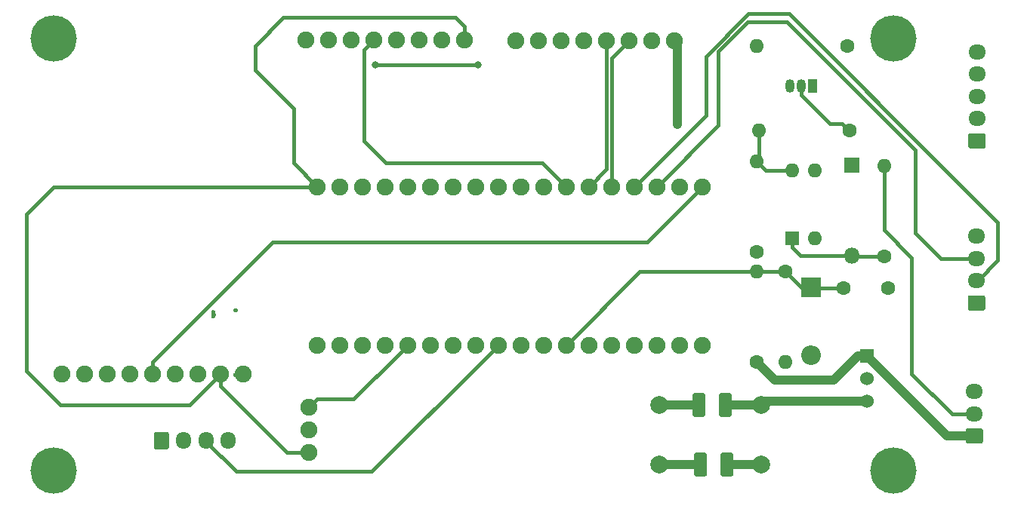
<source format=gbr>
%TF.GenerationSoftware,KiCad,Pcbnew,(5.0.2)-1*%
%TF.CreationDate,2019-09-06T13:10:14+02:00*%
%TF.ProjectId,Connected-OldtimerHardware,436f6e6e-6563-4746-9564-2d4f6c647469,rev?*%
%TF.SameCoordinates,Original*%
%TF.FileFunction,Copper,L1,Top*%
%TF.FilePolarity,Positive*%
%FSLAX46Y46*%
G04 Gerber Fmt 4.6, Leading zero omitted, Abs format (unit mm)*
G04 Created by KiCad (PCBNEW (5.0.2)-1) date 06/09/2019 13:10:14*
%MOMM*%
%LPD*%
G01*
G04 APERTURE LIST*
%ADD10C,0.010000*%
%ADD11C,1.900000*%
%ADD12C,0.100000*%
%ADD13C,1.700000*%
%ADD14O,1.950000X1.700000*%
%ADD15C,2.000000*%
%ADD16C,5.200000*%
%ADD17R,1.800000X1.800000*%
%ADD18O,1.800000X1.800000*%
%ADD19C,1.425000*%
%ADD20O,1.050000X1.500000*%
%ADD21R,1.050000X1.500000*%
%ADD22O,1.600000X1.600000*%
%ADD23C,1.600000*%
%ADD24R,1.524000X1.524000*%
%ADD25C,1.524000*%
%ADD26R,1.600000X1.600000*%
%ADD27R,2.200000X2.200000*%
%ADD28O,2.200000X2.200000*%
%ADD29O,1.700000X1.950000*%
%ADD30C,0.800000*%
%ADD31C,0.400000*%
%ADD32C,0.250000*%
%ADD33C,1.000000*%
G04 APERTURE END LIST*
D10*
G36*
X116554045Y-104580994D02*
X116579800Y-104545467D01*
X116679702Y-104497966D01*
X116793837Y-104514418D01*
X116886433Y-104588753D01*
X116941425Y-104681945D01*
X116937982Y-104749022D01*
X116873203Y-104827776D01*
X116867667Y-104833334D01*
X116775920Y-104904427D01*
X116688999Y-104908274D01*
X116610883Y-104874178D01*
X116549248Y-104799464D01*
X116529054Y-104688537D01*
X116554045Y-104580994D01*
X116554045Y-104580994D01*
G37*
X116554045Y-104580994D02*
X116579800Y-104545467D01*
X116679702Y-104497966D01*
X116793837Y-104514418D01*
X116886433Y-104588753D01*
X116941425Y-104681945D01*
X116937982Y-104749022D01*
X116873203Y-104827776D01*
X116867667Y-104833334D01*
X116775920Y-104904427D01*
X116688999Y-104908274D01*
X116610883Y-104874178D01*
X116549248Y-104799464D01*
X116529054Y-104688537D01*
X116554045Y-104580994D01*
G36*
X116557691Y-97318438D02*
X116560367Y-97314290D01*
X116652108Y-97244731D01*
X116767088Y-97240141D01*
X116865501Y-97295835D01*
X116927721Y-97365757D01*
X116942686Y-97426530D01*
X116923157Y-97520222D01*
X116867650Y-97587614D01*
X116767283Y-97625907D01*
X116659847Y-97624379D01*
X116617698Y-97606881D01*
X116559363Y-97528799D01*
X116536300Y-97417031D01*
X116557691Y-97318438D01*
X116557691Y-97318438D01*
G37*
X116557691Y-97318438D02*
X116560367Y-97314290D01*
X116652108Y-97244731D01*
X116767088Y-97240141D01*
X116865501Y-97295835D01*
X116927721Y-97365757D01*
X116942686Y-97426530D01*
X116923157Y-97520222D01*
X116867650Y-97587614D01*
X116767283Y-97625907D01*
X116659847Y-97624379D01*
X116617698Y-97606881D01*
X116559363Y-97528799D01*
X116536300Y-97417031D01*
X116557691Y-97318438D01*
G36*
X114038078Y-97712020D02*
X114056794Y-97579275D01*
X114082133Y-97518134D01*
X114182035Y-97470632D01*
X114296170Y-97487085D01*
X114388766Y-97561420D01*
X114427398Y-97662005D01*
X114449389Y-97809619D01*
X114454144Y-97973303D01*
X114441067Y-98122099D01*
X114409563Y-98225047D01*
X114401750Y-98236494D01*
X114295215Y-98318223D01*
X114178526Y-98317621D01*
X114120860Y-98287240D01*
X114074738Y-98244439D01*
X114047668Y-98182191D01*
X114034817Y-98079414D01*
X114031350Y-97915026D01*
X114031333Y-97896733D01*
X114038078Y-97712020D01*
X114038078Y-97712020D01*
G37*
X114038078Y-97712020D02*
X114056794Y-97579275D01*
X114082133Y-97518134D01*
X114182035Y-97470632D01*
X114296170Y-97487085D01*
X114388766Y-97561420D01*
X114427398Y-97662005D01*
X114449389Y-97809619D01*
X114454144Y-97973303D01*
X114441067Y-98122099D01*
X114409563Y-98225047D01*
X114401750Y-98236494D01*
X114295215Y-98318223D01*
X114178526Y-98317621D01*
X114120860Y-98287240D01*
X114074738Y-98244439D01*
X114047668Y-98182191D01*
X114034817Y-98079414D01*
X114031350Y-97915026D01*
X114031333Y-97896733D01*
X114038078Y-97712020D01*
D11*
X165997201Y-67188019D03*
X163457201Y-67188019D03*
X160917201Y-67188019D03*
X158377201Y-67188019D03*
X155837201Y-67188019D03*
X153297201Y-67188019D03*
X150757201Y-67188019D03*
X148217201Y-67188019D03*
D12*
G36*
X200649504Y-77601204D02*
X200673773Y-77604804D01*
X200697571Y-77610765D01*
X200720671Y-77619030D01*
X200742849Y-77629520D01*
X200763893Y-77642133D01*
X200783598Y-77656747D01*
X200801777Y-77673223D01*
X200818253Y-77691402D01*
X200832867Y-77711107D01*
X200845480Y-77732151D01*
X200855970Y-77754329D01*
X200864235Y-77777429D01*
X200870196Y-77801227D01*
X200873796Y-77825496D01*
X200875000Y-77850000D01*
X200875000Y-79050000D01*
X200873796Y-79074504D01*
X200870196Y-79098773D01*
X200864235Y-79122571D01*
X200855970Y-79145671D01*
X200845480Y-79167849D01*
X200832867Y-79188893D01*
X200818253Y-79208598D01*
X200801777Y-79226777D01*
X200783598Y-79243253D01*
X200763893Y-79257867D01*
X200742849Y-79270480D01*
X200720671Y-79280970D01*
X200697571Y-79289235D01*
X200673773Y-79295196D01*
X200649504Y-79298796D01*
X200625000Y-79300000D01*
X199175000Y-79300000D01*
X199150496Y-79298796D01*
X199126227Y-79295196D01*
X199102429Y-79289235D01*
X199079329Y-79280970D01*
X199057151Y-79270480D01*
X199036107Y-79257867D01*
X199016402Y-79243253D01*
X198998223Y-79226777D01*
X198981747Y-79208598D01*
X198967133Y-79188893D01*
X198954520Y-79167849D01*
X198944030Y-79145671D01*
X198935765Y-79122571D01*
X198929804Y-79098773D01*
X198926204Y-79074504D01*
X198925000Y-79050000D01*
X198925000Y-77850000D01*
X198926204Y-77825496D01*
X198929804Y-77801227D01*
X198935765Y-77777429D01*
X198944030Y-77754329D01*
X198954520Y-77732151D01*
X198967133Y-77711107D01*
X198981747Y-77691402D01*
X198998223Y-77673223D01*
X199016402Y-77656747D01*
X199036107Y-77642133D01*
X199057151Y-77629520D01*
X199079329Y-77619030D01*
X199102429Y-77610765D01*
X199126227Y-77604804D01*
X199150496Y-77601204D01*
X199175000Y-77600000D01*
X200625000Y-77600000D01*
X200649504Y-77601204D01*
X200649504Y-77601204D01*
G37*
D13*
X199900000Y-78450000D03*
D14*
X199900000Y-75950000D03*
X199900000Y-73450000D03*
X199900000Y-70950000D03*
X199900000Y-68450000D03*
D11*
X124985000Y-108395000D03*
X124985000Y-110935000D03*
X124985000Y-113475000D03*
D15*
X175678589Y-114791319D03*
X164278589Y-114791319D03*
D11*
X117590000Y-104660000D03*
X115050000Y-104660000D03*
X112510000Y-104660000D03*
X109970000Y-104660000D03*
X107430000Y-104660000D03*
X104890000Y-104660000D03*
X102350000Y-104660000D03*
X99810000Y-104660000D03*
X97270000Y-104660000D03*
D16*
X190500000Y-115500000D03*
X190500000Y-67000000D03*
X96400000Y-115500000D03*
X96400000Y-67000000D03*
D11*
X169090000Y-83610000D03*
X166550000Y-83610000D03*
X164010000Y-83610000D03*
X161470000Y-83610000D03*
X158930000Y-83610000D03*
X156390000Y-83610000D03*
X153850000Y-83610000D03*
X151310000Y-83610000D03*
X148770000Y-83610000D03*
X146230000Y-83610000D03*
X143690000Y-83610000D03*
X141150000Y-83610000D03*
X138610000Y-83610000D03*
X136070000Y-83610000D03*
X133530000Y-83610000D03*
X130990000Y-83610000D03*
X128450000Y-83610000D03*
X125910000Y-83610000D03*
X169090000Y-101390000D03*
X166550000Y-101390000D03*
X164010000Y-101390000D03*
X161470000Y-101390000D03*
X158930000Y-101390000D03*
X156390000Y-101390000D03*
X153850000Y-101390000D03*
X151310000Y-101390000D03*
X148770000Y-101390000D03*
X146230000Y-101390000D03*
X143690000Y-101390000D03*
X141150000Y-101390000D03*
X138610000Y-101390000D03*
X136070000Y-101390000D03*
X133530000Y-101390000D03*
X130990000Y-101390000D03*
X128450000Y-101390000D03*
X125910000Y-101390000D03*
D17*
X185853981Y-81162352D03*
D18*
X185853981Y-91322352D03*
D15*
X164300000Y-108100000D03*
X175700000Y-108100000D03*
D12*
G36*
X172365593Y-113467523D02*
X172389862Y-113471123D01*
X172413660Y-113477084D01*
X172436760Y-113485349D01*
X172458938Y-113495839D01*
X172479982Y-113508452D01*
X172499687Y-113523066D01*
X172517866Y-113539542D01*
X172534342Y-113557721D01*
X172548956Y-113577426D01*
X172561569Y-113598470D01*
X172572059Y-113620648D01*
X172580324Y-113643748D01*
X172586285Y-113667546D01*
X172589885Y-113691815D01*
X172591089Y-113716319D01*
X172591089Y-115866319D01*
X172589885Y-115890823D01*
X172586285Y-115915092D01*
X172580324Y-115938890D01*
X172572059Y-115961990D01*
X172561569Y-115984168D01*
X172548956Y-116005212D01*
X172534342Y-116024917D01*
X172517866Y-116043096D01*
X172499687Y-116059572D01*
X172479982Y-116074186D01*
X172458938Y-116086799D01*
X172436760Y-116097289D01*
X172413660Y-116105554D01*
X172389862Y-116111515D01*
X172365593Y-116115115D01*
X172341089Y-116116319D01*
X171416089Y-116116319D01*
X171391585Y-116115115D01*
X171367316Y-116111515D01*
X171343518Y-116105554D01*
X171320418Y-116097289D01*
X171298240Y-116086799D01*
X171277196Y-116074186D01*
X171257491Y-116059572D01*
X171239312Y-116043096D01*
X171222836Y-116024917D01*
X171208222Y-116005212D01*
X171195609Y-115984168D01*
X171185119Y-115961990D01*
X171176854Y-115938890D01*
X171170893Y-115915092D01*
X171167293Y-115890823D01*
X171166089Y-115866319D01*
X171166089Y-113716319D01*
X171167293Y-113691815D01*
X171170893Y-113667546D01*
X171176854Y-113643748D01*
X171185119Y-113620648D01*
X171195609Y-113598470D01*
X171208222Y-113577426D01*
X171222836Y-113557721D01*
X171239312Y-113539542D01*
X171257491Y-113523066D01*
X171277196Y-113508452D01*
X171298240Y-113495839D01*
X171320418Y-113485349D01*
X171343518Y-113477084D01*
X171367316Y-113471123D01*
X171391585Y-113467523D01*
X171416089Y-113466319D01*
X172341089Y-113466319D01*
X172365593Y-113467523D01*
X172365593Y-113467523D01*
G37*
D19*
X171878589Y-114791319D03*
D12*
G36*
X169390593Y-113467523D02*
X169414862Y-113471123D01*
X169438660Y-113477084D01*
X169461760Y-113485349D01*
X169483938Y-113495839D01*
X169504982Y-113508452D01*
X169524687Y-113523066D01*
X169542866Y-113539542D01*
X169559342Y-113557721D01*
X169573956Y-113577426D01*
X169586569Y-113598470D01*
X169597059Y-113620648D01*
X169605324Y-113643748D01*
X169611285Y-113667546D01*
X169614885Y-113691815D01*
X169616089Y-113716319D01*
X169616089Y-115866319D01*
X169614885Y-115890823D01*
X169611285Y-115915092D01*
X169605324Y-115938890D01*
X169597059Y-115961990D01*
X169586569Y-115984168D01*
X169573956Y-116005212D01*
X169559342Y-116024917D01*
X169542866Y-116043096D01*
X169524687Y-116059572D01*
X169504982Y-116074186D01*
X169483938Y-116086799D01*
X169461760Y-116097289D01*
X169438660Y-116105554D01*
X169414862Y-116111515D01*
X169390593Y-116115115D01*
X169366089Y-116116319D01*
X168441089Y-116116319D01*
X168416585Y-116115115D01*
X168392316Y-116111515D01*
X168368518Y-116105554D01*
X168345418Y-116097289D01*
X168323240Y-116086799D01*
X168302196Y-116074186D01*
X168282491Y-116059572D01*
X168264312Y-116043096D01*
X168247836Y-116024917D01*
X168233222Y-116005212D01*
X168220609Y-115984168D01*
X168210119Y-115961990D01*
X168201854Y-115938890D01*
X168195893Y-115915092D01*
X168192293Y-115890823D01*
X168191089Y-115866319D01*
X168191089Y-113716319D01*
X168192293Y-113691815D01*
X168195893Y-113667546D01*
X168201854Y-113643748D01*
X168210119Y-113620648D01*
X168220609Y-113598470D01*
X168233222Y-113577426D01*
X168247836Y-113557721D01*
X168264312Y-113539542D01*
X168282491Y-113523066D01*
X168302196Y-113508452D01*
X168323240Y-113495839D01*
X168345418Y-113485349D01*
X168368518Y-113477084D01*
X168392316Y-113471123D01*
X168416585Y-113467523D01*
X168441089Y-113466319D01*
X169366089Y-113466319D01*
X169390593Y-113467523D01*
X169390593Y-113467523D01*
G37*
D19*
X168903589Y-114791319D03*
D20*
X180230000Y-72300000D03*
X178960000Y-72300000D03*
D21*
X181500000Y-72300000D03*
D22*
X189500000Y-81240000D03*
D23*
X189500000Y-91400000D03*
X175200000Y-90900000D03*
D22*
X175200000Y-80740000D03*
D23*
X185600000Y-77300000D03*
D22*
X175440000Y-77300000D03*
X175240000Y-67800000D03*
D23*
X185400000Y-67800000D03*
D24*
X187525000Y-102625000D03*
D25*
X187525000Y-105165000D03*
X187525000Y-107705000D03*
D11*
X124650000Y-67160000D03*
X127190000Y-67160000D03*
X129730000Y-67160000D03*
X132270000Y-67160000D03*
X134810000Y-67160000D03*
X137350000Y-67160000D03*
X139890000Y-67160000D03*
X142430000Y-67160000D03*
D26*
X179200000Y-89400000D03*
D22*
X181740000Y-81780000D03*
X181740000Y-89400000D03*
X179200000Y-81780000D03*
D12*
G36*
X172187004Y-106776204D02*
X172211273Y-106779804D01*
X172235071Y-106785765D01*
X172258171Y-106794030D01*
X172280349Y-106804520D01*
X172301393Y-106817133D01*
X172321098Y-106831747D01*
X172339277Y-106848223D01*
X172355753Y-106866402D01*
X172370367Y-106886107D01*
X172382980Y-106907151D01*
X172393470Y-106929329D01*
X172401735Y-106952429D01*
X172407696Y-106976227D01*
X172411296Y-107000496D01*
X172412500Y-107025000D01*
X172412500Y-109175000D01*
X172411296Y-109199504D01*
X172407696Y-109223773D01*
X172401735Y-109247571D01*
X172393470Y-109270671D01*
X172382980Y-109292849D01*
X172370367Y-109313893D01*
X172355753Y-109333598D01*
X172339277Y-109351777D01*
X172321098Y-109368253D01*
X172301393Y-109382867D01*
X172280349Y-109395480D01*
X172258171Y-109405970D01*
X172235071Y-109414235D01*
X172211273Y-109420196D01*
X172187004Y-109423796D01*
X172162500Y-109425000D01*
X171237500Y-109425000D01*
X171212996Y-109423796D01*
X171188727Y-109420196D01*
X171164929Y-109414235D01*
X171141829Y-109405970D01*
X171119651Y-109395480D01*
X171098607Y-109382867D01*
X171078902Y-109368253D01*
X171060723Y-109351777D01*
X171044247Y-109333598D01*
X171029633Y-109313893D01*
X171017020Y-109292849D01*
X171006530Y-109270671D01*
X170998265Y-109247571D01*
X170992304Y-109223773D01*
X170988704Y-109199504D01*
X170987500Y-109175000D01*
X170987500Y-107025000D01*
X170988704Y-107000496D01*
X170992304Y-106976227D01*
X170998265Y-106952429D01*
X171006530Y-106929329D01*
X171017020Y-106907151D01*
X171029633Y-106886107D01*
X171044247Y-106866402D01*
X171060723Y-106848223D01*
X171078902Y-106831747D01*
X171098607Y-106817133D01*
X171119651Y-106804520D01*
X171141829Y-106794030D01*
X171164929Y-106785765D01*
X171188727Y-106779804D01*
X171212996Y-106776204D01*
X171237500Y-106775000D01*
X172162500Y-106775000D01*
X172187004Y-106776204D01*
X172187004Y-106776204D01*
G37*
D19*
X171700000Y-108100000D03*
D12*
G36*
X169212004Y-106776204D02*
X169236273Y-106779804D01*
X169260071Y-106785765D01*
X169283171Y-106794030D01*
X169305349Y-106804520D01*
X169326393Y-106817133D01*
X169346098Y-106831747D01*
X169364277Y-106848223D01*
X169380753Y-106866402D01*
X169395367Y-106886107D01*
X169407980Y-106907151D01*
X169418470Y-106929329D01*
X169426735Y-106952429D01*
X169432696Y-106976227D01*
X169436296Y-107000496D01*
X169437500Y-107025000D01*
X169437500Y-109175000D01*
X169436296Y-109199504D01*
X169432696Y-109223773D01*
X169426735Y-109247571D01*
X169418470Y-109270671D01*
X169407980Y-109292849D01*
X169395367Y-109313893D01*
X169380753Y-109333598D01*
X169364277Y-109351777D01*
X169346098Y-109368253D01*
X169326393Y-109382867D01*
X169305349Y-109395480D01*
X169283171Y-109405970D01*
X169260071Y-109414235D01*
X169236273Y-109420196D01*
X169212004Y-109423796D01*
X169187500Y-109425000D01*
X168262500Y-109425000D01*
X168237996Y-109423796D01*
X168213727Y-109420196D01*
X168189929Y-109414235D01*
X168166829Y-109405970D01*
X168144651Y-109395480D01*
X168123607Y-109382867D01*
X168103902Y-109368253D01*
X168085723Y-109351777D01*
X168069247Y-109333598D01*
X168054633Y-109313893D01*
X168042020Y-109292849D01*
X168031530Y-109270671D01*
X168023265Y-109247571D01*
X168017304Y-109223773D01*
X168013704Y-109199504D01*
X168012500Y-109175000D01*
X168012500Y-107025000D01*
X168013704Y-107000496D01*
X168017304Y-106976227D01*
X168023265Y-106952429D01*
X168031530Y-106929329D01*
X168042020Y-106907151D01*
X168054633Y-106886107D01*
X168069247Y-106866402D01*
X168085723Y-106848223D01*
X168103902Y-106831747D01*
X168123607Y-106817133D01*
X168144651Y-106804520D01*
X168166829Y-106794030D01*
X168189929Y-106785765D01*
X168213727Y-106779804D01*
X168237996Y-106776204D01*
X168262500Y-106775000D01*
X169187500Y-106775000D01*
X169212004Y-106776204D01*
X169212004Y-106776204D01*
G37*
D19*
X168725000Y-108100000D03*
D23*
X184900000Y-95000000D03*
X189900000Y-95000000D03*
D22*
X175200000Y-93140000D03*
D23*
X175200000Y-103300000D03*
X178400000Y-93100000D03*
D22*
X178400000Y-103260000D03*
D27*
X181300000Y-94900000D03*
D28*
X181300000Y-102520000D03*
D12*
G36*
X200599504Y-95801204D02*
X200623773Y-95804804D01*
X200647571Y-95810765D01*
X200670671Y-95819030D01*
X200692849Y-95829520D01*
X200713893Y-95842133D01*
X200733598Y-95856747D01*
X200751777Y-95873223D01*
X200768253Y-95891402D01*
X200782867Y-95911107D01*
X200795480Y-95932151D01*
X200805970Y-95954329D01*
X200814235Y-95977429D01*
X200820196Y-96001227D01*
X200823796Y-96025496D01*
X200825000Y-96050000D01*
X200825000Y-97250000D01*
X200823796Y-97274504D01*
X200820196Y-97298773D01*
X200814235Y-97322571D01*
X200805970Y-97345671D01*
X200795480Y-97367849D01*
X200782867Y-97388893D01*
X200768253Y-97408598D01*
X200751777Y-97426777D01*
X200733598Y-97443253D01*
X200713893Y-97457867D01*
X200692849Y-97470480D01*
X200670671Y-97480970D01*
X200647571Y-97489235D01*
X200623773Y-97495196D01*
X200599504Y-97498796D01*
X200575000Y-97500000D01*
X199125000Y-97500000D01*
X199100496Y-97498796D01*
X199076227Y-97495196D01*
X199052429Y-97489235D01*
X199029329Y-97480970D01*
X199007151Y-97470480D01*
X198986107Y-97457867D01*
X198966402Y-97443253D01*
X198948223Y-97426777D01*
X198931747Y-97408598D01*
X198917133Y-97388893D01*
X198904520Y-97367849D01*
X198894030Y-97345671D01*
X198885765Y-97322571D01*
X198879804Y-97298773D01*
X198876204Y-97274504D01*
X198875000Y-97250000D01*
X198875000Y-96050000D01*
X198876204Y-96025496D01*
X198879804Y-96001227D01*
X198885765Y-95977429D01*
X198894030Y-95954329D01*
X198904520Y-95932151D01*
X198917133Y-95911107D01*
X198931747Y-95891402D01*
X198948223Y-95873223D01*
X198966402Y-95856747D01*
X198986107Y-95842133D01*
X199007151Y-95829520D01*
X199029329Y-95819030D01*
X199052429Y-95810765D01*
X199076227Y-95804804D01*
X199100496Y-95801204D01*
X199125000Y-95800000D01*
X200575000Y-95800000D01*
X200599504Y-95801204D01*
X200599504Y-95801204D01*
G37*
D13*
X199850000Y-96650000D03*
D14*
X199850000Y-94150000D03*
X199850000Y-91650000D03*
X199850000Y-89150000D03*
D12*
G36*
X200349504Y-110751204D02*
X200373773Y-110754804D01*
X200397571Y-110760765D01*
X200420671Y-110769030D01*
X200442849Y-110779520D01*
X200463893Y-110792133D01*
X200483598Y-110806747D01*
X200501777Y-110823223D01*
X200518253Y-110841402D01*
X200532867Y-110861107D01*
X200545480Y-110882151D01*
X200555970Y-110904329D01*
X200564235Y-110927429D01*
X200570196Y-110951227D01*
X200573796Y-110975496D01*
X200575000Y-111000000D01*
X200575000Y-112200000D01*
X200573796Y-112224504D01*
X200570196Y-112248773D01*
X200564235Y-112272571D01*
X200555970Y-112295671D01*
X200545480Y-112317849D01*
X200532867Y-112338893D01*
X200518253Y-112358598D01*
X200501777Y-112376777D01*
X200483598Y-112393253D01*
X200463893Y-112407867D01*
X200442849Y-112420480D01*
X200420671Y-112430970D01*
X200397571Y-112439235D01*
X200373773Y-112445196D01*
X200349504Y-112448796D01*
X200325000Y-112450000D01*
X198875000Y-112450000D01*
X198850496Y-112448796D01*
X198826227Y-112445196D01*
X198802429Y-112439235D01*
X198779329Y-112430970D01*
X198757151Y-112420480D01*
X198736107Y-112407867D01*
X198716402Y-112393253D01*
X198698223Y-112376777D01*
X198681747Y-112358598D01*
X198667133Y-112338893D01*
X198654520Y-112317849D01*
X198644030Y-112295671D01*
X198635765Y-112272571D01*
X198629804Y-112248773D01*
X198626204Y-112224504D01*
X198625000Y-112200000D01*
X198625000Y-111000000D01*
X198626204Y-110975496D01*
X198629804Y-110951227D01*
X198635765Y-110927429D01*
X198644030Y-110904329D01*
X198654520Y-110882151D01*
X198667133Y-110861107D01*
X198681747Y-110841402D01*
X198698223Y-110823223D01*
X198716402Y-110806747D01*
X198736107Y-110792133D01*
X198757151Y-110779520D01*
X198779329Y-110769030D01*
X198802429Y-110760765D01*
X198826227Y-110754804D01*
X198850496Y-110751204D01*
X198875000Y-110750000D01*
X200325000Y-110750000D01*
X200349504Y-110751204D01*
X200349504Y-110751204D01*
G37*
D13*
X199600000Y-111600000D03*
D14*
X199600000Y-109100000D03*
X199600000Y-106600000D03*
D12*
G36*
X109074504Y-111126204D02*
X109098773Y-111129804D01*
X109122571Y-111135765D01*
X109145671Y-111144030D01*
X109167849Y-111154520D01*
X109188893Y-111167133D01*
X109208598Y-111181747D01*
X109226777Y-111198223D01*
X109243253Y-111216402D01*
X109257867Y-111236107D01*
X109270480Y-111257151D01*
X109280970Y-111279329D01*
X109289235Y-111302429D01*
X109295196Y-111326227D01*
X109298796Y-111350496D01*
X109300000Y-111375000D01*
X109300000Y-112825000D01*
X109298796Y-112849504D01*
X109295196Y-112873773D01*
X109289235Y-112897571D01*
X109280970Y-112920671D01*
X109270480Y-112942849D01*
X109257867Y-112963893D01*
X109243253Y-112983598D01*
X109226777Y-113001777D01*
X109208598Y-113018253D01*
X109188893Y-113032867D01*
X109167849Y-113045480D01*
X109145671Y-113055970D01*
X109122571Y-113064235D01*
X109098773Y-113070196D01*
X109074504Y-113073796D01*
X109050000Y-113075000D01*
X107850000Y-113075000D01*
X107825496Y-113073796D01*
X107801227Y-113070196D01*
X107777429Y-113064235D01*
X107754329Y-113055970D01*
X107732151Y-113045480D01*
X107711107Y-113032867D01*
X107691402Y-113018253D01*
X107673223Y-113001777D01*
X107656747Y-112983598D01*
X107642133Y-112963893D01*
X107629520Y-112942849D01*
X107619030Y-112920671D01*
X107610765Y-112897571D01*
X107604804Y-112873773D01*
X107601204Y-112849504D01*
X107600000Y-112825000D01*
X107600000Y-111375000D01*
X107601204Y-111350496D01*
X107604804Y-111326227D01*
X107610765Y-111302429D01*
X107619030Y-111279329D01*
X107629520Y-111257151D01*
X107642133Y-111236107D01*
X107656747Y-111216402D01*
X107673223Y-111198223D01*
X107691402Y-111181747D01*
X107711107Y-111167133D01*
X107732151Y-111154520D01*
X107754329Y-111144030D01*
X107777429Y-111135765D01*
X107801227Y-111129804D01*
X107825496Y-111126204D01*
X107850000Y-111125000D01*
X109050000Y-111125000D01*
X109074504Y-111126204D01*
X109074504Y-111126204D01*
G37*
D13*
X108450000Y-112100000D03*
D29*
X110950000Y-112100000D03*
X113450000Y-112100000D03*
X115950000Y-112100000D03*
D30*
X166300000Y-76600000D03*
X132450000Y-69950000D03*
X143960000Y-69940000D03*
D31*
X185931629Y-91400000D02*
X185853981Y-91322352D01*
X189500000Y-91400000D02*
X185931629Y-91400000D01*
X179200000Y-90450000D02*
X179200000Y-89400000D01*
X180072352Y-91322352D02*
X179200000Y-90450000D01*
X185853981Y-91322352D02*
X180072352Y-91322352D01*
D32*
X168903589Y-114791319D02*
X168091089Y-114791319D01*
D31*
X164278589Y-108121411D02*
X164300000Y-108100000D01*
D33*
X168725000Y-108100000D02*
X164300000Y-108100000D01*
X168903589Y-114791319D02*
X164278589Y-114791319D01*
X166300000Y-67490818D02*
X165997201Y-67188019D01*
X166300000Y-76600000D02*
X166300000Y-67490818D01*
X176095000Y-107705000D02*
X175700000Y-108100000D01*
X187525000Y-107705000D02*
X176095000Y-107705000D01*
X175700000Y-108100000D02*
X171700000Y-108100000D01*
X175678589Y-114791319D02*
X171878589Y-114791319D01*
X186513000Y-102625000D02*
X187525000Y-102625000D01*
X183838000Y-105300000D02*
X186513000Y-102625000D01*
X177200000Y-105300000D02*
X183838000Y-105300000D01*
X175200000Y-103300000D02*
X177200000Y-105300000D01*
X196500000Y-111600000D02*
X199600000Y-111600000D01*
X187525000Y-102625000D02*
X196500000Y-111600000D01*
D31*
X197100000Y-109100000D02*
X199600000Y-109100000D01*
X192600000Y-104600000D02*
X197100000Y-109100000D01*
X192600000Y-91600000D02*
X192600000Y-104600000D01*
X189500000Y-81240000D02*
X189500000Y-88500000D01*
X189500000Y-88500000D02*
X192600000Y-91600000D01*
X195825000Y-91650000D02*
X199850000Y-91650000D01*
X164010000Y-83610000D02*
X170920000Y-76700000D01*
X170920000Y-68380000D02*
X174200000Y-65100000D01*
X192950010Y-88775010D02*
X195825000Y-91650000D01*
X174200000Y-65100000D02*
X178600000Y-65100000D01*
X170920000Y-76700000D02*
X170920000Y-68380000D01*
X178600000Y-65100000D02*
X192950010Y-79450010D01*
X192950010Y-79450010D02*
X192950010Y-88775010D01*
X169500000Y-75580000D02*
X161470000Y-83610000D01*
X174251458Y-64200000D02*
X178800000Y-64200000D01*
X169500000Y-68951458D02*
X174251458Y-64200000D01*
X169500000Y-75580000D02*
X169500000Y-68951458D01*
X199975000Y-94150000D02*
X202250000Y-91875000D01*
X199850000Y-94150000D02*
X199975000Y-94150000D01*
X202250000Y-87650000D02*
X197700000Y-83100000D01*
X202250000Y-91875000D02*
X202250000Y-87650000D01*
X198000000Y-83400000D02*
X197700000Y-83100000D01*
X197700000Y-83100000D02*
X178800000Y-64200000D01*
X180230000Y-73300000D02*
X180230000Y-72300000D01*
X183430001Y-76500001D02*
X180230000Y-73300000D01*
X184800001Y-76500001D02*
X183430001Y-76500001D01*
X185600000Y-77300000D02*
X184800001Y-76500001D01*
X132450000Y-69950000D02*
X132450000Y-69950000D01*
X132460000Y-69940000D02*
X132450000Y-69950000D01*
X143960000Y-69940000D02*
X132460000Y-69940000D01*
X111610000Y-108100000D02*
X115050000Y-104660000D01*
X97100000Y-108100000D02*
X111610000Y-108100000D01*
X93300000Y-104300000D02*
X97100000Y-108100000D01*
X93300000Y-86700000D02*
X93300000Y-104300000D01*
X125910000Y-83610000D02*
X96390000Y-83610000D01*
X96390000Y-83610000D02*
X93300000Y-86700000D01*
X123641498Y-113475000D02*
X124985000Y-113475000D01*
X122521498Y-113475000D02*
X123641498Y-113475000D01*
X115050000Y-106003502D02*
X122521498Y-113475000D01*
X115050000Y-104660000D02*
X115050000Y-106003502D01*
X142430000Y-65630000D02*
X142430000Y-67160000D01*
X141400000Y-64600000D02*
X142430000Y-65630000D01*
X123267200Y-80967200D02*
X123267200Y-74867200D01*
X123267200Y-74867200D02*
X118950000Y-70550000D01*
X118950000Y-70550000D02*
X118950000Y-67800000D01*
X118950000Y-67800000D02*
X122150000Y-64600000D01*
X125910000Y-83610000D02*
X123267200Y-80967200D01*
X122150000Y-64600000D02*
X141400000Y-64600000D01*
X175440000Y-80500000D02*
X175200000Y-80740000D01*
X175440000Y-77300000D02*
X175440000Y-80500000D01*
X176240000Y-81780000D02*
X175200000Y-80740000D01*
X179200000Y-81780000D02*
X176240000Y-81780000D01*
X107430000Y-103316498D02*
X120946498Y-89800000D01*
X107430000Y-104660000D02*
X107430000Y-103316498D01*
X162900000Y-89800000D02*
X169090000Y-83610000D01*
X120946498Y-89800000D02*
X162900000Y-89800000D01*
X158977211Y-69128009D02*
X160917201Y-67188019D01*
X158977211Y-82219287D02*
X158977211Y-69128009D01*
X158930000Y-83610000D02*
X158930000Y-82266498D01*
X158930000Y-82266498D02*
X158977211Y-82219287D01*
X158377201Y-81622799D02*
X158377201Y-67188019D01*
X156390000Y-83610000D02*
X158377201Y-81622799D01*
X151140000Y-80900000D02*
X153850000Y-83610000D01*
X133600000Y-80900000D02*
X151140000Y-80900000D01*
X131170000Y-78470000D02*
X132350000Y-79650000D01*
X132237201Y-79537201D02*
X132350000Y-79650000D01*
X132350000Y-79650000D02*
X133600000Y-80900000D01*
X131170000Y-68260000D02*
X132270000Y-67160000D01*
X131170000Y-78470000D02*
X131170000Y-68260000D01*
X135120001Y-102339999D02*
X136070000Y-101390000D01*
X130014999Y-107445001D02*
X135120001Y-102339999D01*
X125934999Y-107445001D02*
X130014999Y-107445001D01*
X124985000Y-108395000D02*
X125934999Y-107445001D01*
X145280001Y-102339999D02*
X146230000Y-101390000D01*
X132019990Y-115600010D02*
X145280001Y-102339999D01*
X116825010Y-115600010D02*
X132019990Y-115600010D01*
X113450000Y-112225000D02*
X116825010Y-115600010D01*
X113450000Y-112100000D02*
X113450000Y-112225000D01*
X162100000Y-93140000D02*
X153850000Y-101390000D01*
X175200000Y-93140000D02*
X162100000Y-93140000D01*
X178360000Y-93140000D02*
X178400000Y-93100000D01*
X175200000Y-93140000D02*
X178360000Y-93140000D01*
X180200000Y-94900000D02*
X181300000Y-94900000D01*
X178400000Y-93100000D02*
X180200000Y-94900000D01*
X181400000Y-95000000D02*
X181300000Y-94900000D01*
X184900000Y-95000000D02*
X181400000Y-95000000D01*
M02*

</source>
